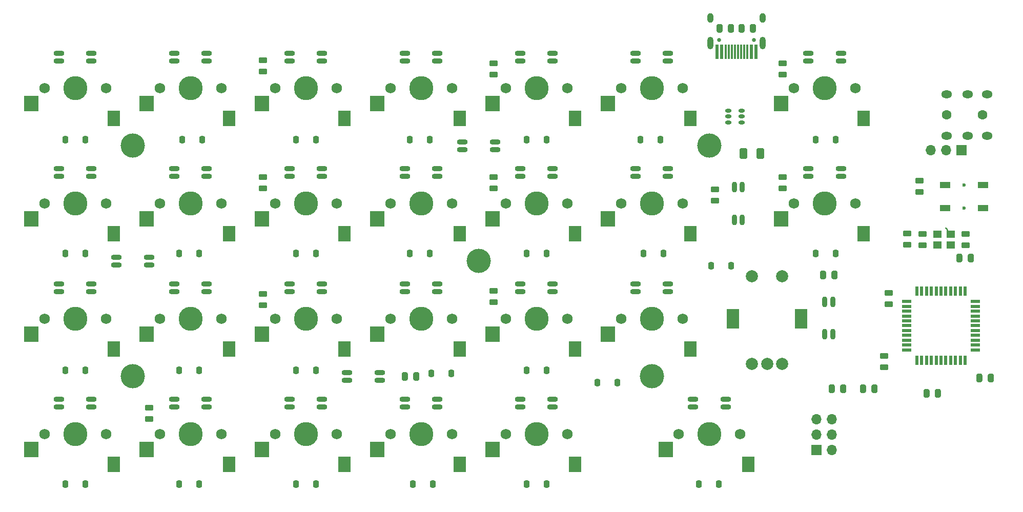
<source format=gbr>
%TF.GenerationSoftware,KiCad,Pcbnew,(5.1.9-0-10_14)*%
%TF.CreationDate,2021-01-21T14:35:16+08:00*%
%TF.ProjectId,kb-split,6b622d73-706c-4697-942e-6b696361645f,rev?*%
%TF.SameCoordinates,Original*%
%TF.FileFunction,Soldermask,Top*%
%TF.FilePolarity,Negative*%
%FSLAX46Y46*%
G04 Gerber Fmt 4.6, Leading zero omitted, Abs format (unit mm)*
G04 Created by KiCad (PCBNEW (5.1.9-0-10_14)) date 2021-01-21 14:35:16*
%MOMM*%
%LPD*%
G01*
G04 APERTURE LIST*
%ADD10C,1.600000*%
%ADD11O,1.800000X1.300000*%
%ADD12C,0.100000*%
%ADD13R,1.400000X1.200000*%
%ADD14R,1.500000X0.550000*%
%ADD15R,0.550000X1.500000*%
%ADD16O,1.000000X2.100000*%
%ADD17O,1.000000X1.600000*%
%ADD18R,0.570000X2.450000*%
%ADD19R,0.300000X2.450000*%
%ADD20C,0.650000*%
%ADD21O,0.820000X1.800000*%
%ADD22C,0.500000*%
%ADD23C,4.000000*%
%ADD24O,1.800000X0.820000*%
%ADD25O,1.060000X0.650000*%
%ADD26C,0.600000*%
%ADD27R,1.700000X1.000000*%
%ADD28R,2.150000X2.500000*%
%ADD29R,2.350000X2.500000*%
%ADD30C,1.750000*%
%ADD31C,3.987800*%
%ADD32C,2.000000*%
%ADD33R,2.000000X3.200000*%
%ADD34O,1.700000X1.700000*%
%ADD35R,1.700000X1.700000*%
G04 APERTURE END LIST*
D10*
%TO.C,J3*%
X251088000Y-64008000D03*
X257088000Y-64008000D03*
D11*
X251088000Y-60608000D03*
X251088000Y-67408000D03*
X254588000Y-67408000D03*
X254588000Y-60608000D03*
X257788000Y-60608000D03*
X257788000Y-67408000D03*
%TD*%
D12*
%TO.C,Y1*%
G36*
X251008296Y-82582532D02*
G01*
X251017954Y-82584011D01*
X251027420Y-82586426D01*
X251036607Y-82589753D01*
X251045424Y-82593960D01*
X251053789Y-82599008D01*
X251061621Y-82604849D01*
X251068847Y-82611425D01*
X251075395Y-82618675D01*
X251081205Y-82626530D01*
X251681205Y-83526530D01*
X251681971Y-83527697D01*
X251682828Y-83529175D01*
X251683773Y-83530590D01*
X251685262Y-83533375D01*
X251686870Y-83536150D01*
X251687590Y-83537730D01*
X251688399Y-83539244D01*
X251689596Y-83542135D01*
X251690920Y-83545041D01*
X251691491Y-83546709D01*
X251692154Y-83548311D01*
X251693060Y-83551296D01*
X251694082Y-83554285D01*
X251694490Y-83556010D01*
X251695003Y-83557702D01*
X251695607Y-83560739D01*
X251696329Y-83563793D01*
X251696570Y-83565577D01*
X251696918Y-83567327D01*
X251697220Y-83570395D01*
X251697636Y-83573475D01*
X251697702Y-83575286D01*
X251697880Y-83577093D01*
X251697880Y-83580167D01*
X251697992Y-83583239D01*
X251697880Y-83585065D01*
X251697880Y-83586907D01*
X251697581Y-83589944D01*
X251697394Y-83592991D01*
X251697100Y-83594822D01*
X251696918Y-83596673D01*
X251696328Y-83599641D01*
X251695847Y-83602637D01*
X251695370Y-83604455D01*
X251695003Y-83606298D01*
X251694133Y-83609167D01*
X251693366Y-83612087D01*
X251692705Y-83613874D01*
X251692154Y-83615689D01*
X251691014Y-83618441D01*
X251689975Y-83621249D01*
X251689137Y-83622975D01*
X251688399Y-83624756D01*
X251686994Y-83627385D01*
X251685706Y-83630037D01*
X251684691Y-83631693D01*
X251683773Y-83633410D01*
X251682139Y-83635856D01*
X251680600Y-83638366D01*
X251679417Y-83639930D01*
X251678321Y-83641570D01*
X251676467Y-83643829D01*
X251674705Y-83646158D01*
X251673357Y-83647618D01*
X251672095Y-83649156D01*
X251670047Y-83651204D01*
X251668078Y-83653337D01*
X251666579Y-83654672D01*
X251665156Y-83656095D01*
X251662930Y-83657922D01*
X251660782Y-83659835D01*
X251659144Y-83661029D01*
X251657570Y-83662321D01*
X251655200Y-83663905D01*
X251652888Y-83665590D01*
X251651115Y-83666634D01*
X251649410Y-83667773D01*
X251646910Y-83669110D01*
X251644468Y-83670547D01*
X251642599Y-83671414D01*
X251640756Y-83672399D01*
X251638171Y-83673470D01*
X251635606Y-83674660D01*
X251633609Y-83675359D01*
X251631689Y-83676154D01*
X251629035Y-83676959D01*
X251626385Y-83677887D01*
X251624321Y-83678389D01*
X251622298Y-83679003D01*
X251619589Y-83679542D01*
X251616892Y-83680199D01*
X251614779Y-83680499D01*
X251612673Y-83680918D01*
X251609942Y-83681187D01*
X251607220Y-83681574D01*
X251605062Y-83681668D01*
X251602907Y-83681880D01*
X251600176Y-83681880D01*
X251597459Y-83681998D01*
X251595287Y-83681880D01*
X251593093Y-83681880D01*
X251590390Y-83681614D01*
X251587703Y-83681468D01*
X251585533Y-83681135D01*
X251583327Y-83680918D01*
X251580687Y-83680393D01*
X251578046Y-83679988D01*
X251575893Y-83679439D01*
X251573702Y-83679003D01*
X251571163Y-83678233D01*
X251568580Y-83677574D01*
X251566462Y-83676807D01*
X251564311Y-83676154D01*
X251561888Y-83675151D01*
X251559393Y-83674247D01*
X251557342Y-83673268D01*
X251555244Y-83672399D01*
X251552943Y-83671169D01*
X251550575Y-83670039D01*
X251548606Y-83668851D01*
X251546590Y-83667773D01*
X251544429Y-83666329D01*
X251542211Y-83664991D01*
X251540354Y-83663607D01*
X251538430Y-83662321D01*
X251536448Y-83660694D01*
X251534378Y-83659151D01*
X251532649Y-83657577D01*
X251530844Y-83656095D01*
X251529048Y-83654299D01*
X251527153Y-83652574D01*
X251525565Y-83650816D01*
X251523905Y-83649156D01*
X251522310Y-83647213D01*
X251520604Y-83645324D01*
X251519181Y-83643401D01*
X251517679Y-83641570D01*
X251516291Y-83639493D01*
X251514795Y-83637470D01*
X250914795Y-82737470D01*
X250914029Y-82736303D01*
X250909130Y-82727850D01*
X250905080Y-82718959D01*
X250901917Y-82709715D01*
X250899671Y-82700207D01*
X250898364Y-82690525D01*
X250898008Y-82680761D01*
X250898606Y-82671009D01*
X250900153Y-82661363D01*
X250902634Y-82651913D01*
X250906025Y-82642751D01*
X250910294Y-82633963D01*
X250915400Y-82625634D01*
X250921295Y-82617842D01*
X250927921Y-82610663D01*
X250935218Y-82604165D01*
X250943112Y-82598409D01*
X250951531Y-82593453D01*
X250960394Y-82589340D01*
X250969615Y-82586113D01*
X250979108Y-82583801D01*
X250988780Y-82582426D01*
X250998541Y-82582001D01*
X251008296Y-82582532D01*
G37*
D13*
X249598000Y-83732000D03*
X251798000Y-83732000D03*
X251798000Y-85432000D03*
X249598000Y-85432000D03*
%TD*%
D14*
%TO.C,U2*%
X244490000Y-102806000D03*
X244490000Y-102006000D03*
X244490000Y-101206000D03*
X244490000Y-100406000D03*
X244490000Y-99606000D03*
X244490000Y-98806000D03*
X244490000Y-98006000D03*
X244490000Y-97206000D03*
X244490000Y-96406000D03*
X244490000Y-95606000D03*
X244490000Y-94806000D03*
D15*
X246190000Y-93106000D03*
X246990000Y-93106000D03*
X247790000Y-93106000D03*
X248590000Y-93106000D03*
X249390000Y-93106000D03*
X250190000Y-93106000D03*
X250990000Y-93106000D03*
X251790000Y-93106000D03*
X252590000Y-93106000D03*
X253390000Y-93106000D03*
X254190000Y-93106000D03*
D14*
X255890000Y-94806000D03*
X255890000Y-95606000D03*
X255890000Y-96406000D03*
X255890000Y-97206000D03*
X255890000Y-98006000D03*
X255890000Y-98806000D03*
X255890000Y-99606000D03*
X255890000Y-100406000D03*
X255890000Y-101206000D03*
X255890000Y-102006000D03*
X255890000Y-102806000D03*
D15*
X254190000Y-104506000D03*
X253390000Y-104506000D03*
X252590000Y-104506000D03*
X251790000Y-104506000D03*
X250990000Y-104506000D03*
X250190000Y-104506000D03*
X249390000Y-104506000D03*
X248590000Y-104506000D03*
X247790000Y-104506000D03*
X246990000Y-104506000D03*
X246190000Y-104506000D03*
%TD*%
D16*
%TO.C,J1*%
X212088000Y-52150750D03*
D17*
X212088000Y-47970750D03*
D16*
X220728000Y-52150750D03*
D17*
X220728000Y-47970750D03*
D18*
X213183000Y-53565750D03*
X213958000Y-53565750D03*
D19*
X214658000Y-53565750D03*
X215158000Y-53565750D03*
X215658000Y-53565750D03*
X216158000Y-53565750D03*
X216658000Y-53565750D03*
X217158000Y-53565750D03*
X217658000Y-53565750D03*
X218158000Y-53565750D03*
D18*
X218858000Y-53565750D03*
X219633000Y-53565750D03*
D20*
X213518000Y-51620750D03*
X219298000Y-51620750D03*
%TD*%
%TO.C,R1*%
G36*
G01*
X214101500Y-49232500D02*
X214101500Y-50145000D01*
G75*
G02*
X213857750Y-50388750I-243750J0D01*
G01*
X213370250Y-50388750D01*
G75*
G02*
X213126500Y-50145000I0J243750D01*
G01*
X213126500Y-49232500D01*
G75*
G02*
X213370250Y-48988750I243750J0D01*
G01*
X213857750Y-48988750D01*
G75*
G02*
X214101500Y-49232500I0J-243750D01*
G01*
G37*
G36*
G01*
X215976500Y-49232500D02*
X215976500Y-50145000D01*
G75*
G02*
X215732750Y-50388750I-243750J0D01*
G01*
X215245250Y-50388750D01*
G75*
G02*
X215001500Y-50145000I0J243750D01*
G01*
X215001500Y-49232500D01*
G75*
G02*
X215245250Y-48988750I243750J0D01*
G01*
X215732750Y-48988750D01*
G75*
G02*
X215976500Y-49232500I0J-243750D01*
G01*
G37*
%TD*%
D21*
%TO.C,LED25*%
X231008000Y-94836000D03*
X232288000Y-94836000D03*
X232288000Y-100236000D03*
X231008000Y-100236000D03*
%TD*%
D22*
%TO.C,H5*%
X203466250Y-106096250D03*
X201346250Y-106096250D03*
X201346250Y-108216250D03*
X203466250Y-108216250D03*
X202406250Y-105656250D03*
X202406250Y-108656250D03*
X200906250Y-107156250D03*
X203906250Y-107156250D03*
D23*
X202406250Y-107156250D03*
%TD*%
D22*
%TO.C,H4*%
X117741250Y-106096250D03*
X115621250Y-106096250D03*
X115621250Y-108216250D03*
X117741250Y-108216250D03*
X116681250Y-105656250D03*
X116681250Y-108656250D03*
X115181250Y-107156250D03*
X118181250Y-107156250D03*
D23*
X116681250Y-107156250D03*
%TD*%
D22*
%TO.C,H3*%
X174891250Y-87046250D03*
X172771250Y-87046250D03*
X172771250Y-89166250D03*
X174891250Y-89166250D03*
X173831250Y-86606250D03*
X173831250Y-89606250D03*
X172331250Y-88106250D03*
X175331250Y-88106250D03*
D23*
X173831250Y-88106250D03*
%TD*%
D22*
%TO.C,H2*%
X212991250Y-67996250D03*
X210871250Y-67996250D03*
X210871250Y-70116250D03*
X212991250Y-70116250D03*
X211931250Y-67556250D03*
X211931250Y-70556250D03*
X210431250Y-69056250D03*
X213431250Y-69056250D03*
D23*
X211931250Y-69056250D03*
%TD*%
D22*
%TO.C,H1*%
X117741250Y-67996250D03*
X115621250Y-67996250D03*
X115621250Y-70116250D03*
X117741250Y-70116250D03*
X116681250Y-67556250D03*
X116681250Y-70556250D03*
X115181250Y-69056250D03*
X118181250Y-69056250D03*
D23*
X116681250Y-69056250D03*
%TD*%
%TO.C,D27*%
G36*
G01*
X213936000Y-124593000D02*
X213936000Y-125343000D01*
G75*
G02*
X213711000Y-125568000I-225000J0D01*
G01*
X213261000Y-125568000D01*
G75*
G02*
X213036000Y-125343000I0J225000D01*
G01*
X213036000Y-124593000D01*
G75*
G02*
X213261000Y-124368000I225000J0D01*
G01*
X213711000Y-124368000D01*
G75*
G02*
X213936000Y-124593000I0J-225000D01*
G01*
G37*
G36*
G01*
X210636000Y-124593000D02*
X210636000Y-125343000D01*
G75*
G02*
X210411000Y-125568000I-225000J0D01*
G01*
X209961000Y-125568000D01*
G75*
G02*
X209736000Y-125343000I0J225000D01*
G01*
X209736000Y-124593000D01*
G75*
G02*
X209961000Y-124368000I225000J0D01*
G01*
X210411000Y-124368000D01*
G75*
G02*
X210636000Y-124593000I0J-225000D01*
G01*
G37*
%TD*%
%TO.C,D26*%
G36*
G01*
X185488000Y-124593000D02*
X185488000Y-125343000D01*
G75*
G02*
X185263000Y-125568000I-225000J0D01*
G01*
X184813000Y-125568000D01*
G75*
G02*
X184588000Y-125343000I0J225000D01*
G01*
X184588000Y-124593000D01*
G75*
G02*
X184813000Y-124368000I225000J0D01*
G01*
X185263000Y-124368000D01*
G75*
G02*
X185488000Y-124593000I0J-225000D01*
G01*
G37*
G36*
G01*
X182188000Y-124593000D02*
X182188000Y-125343000D01*
G75*
G02*
X181963000Y-125568000I-225000J0D01*
G01*
X181513000Y-125568000D01*
G75*
G02*
X181288000Y-125343000I0J225000D01*
G01*
X181288000Y-124593000D01*
G75*
G02*
X181513000Y-124368000I225000J0D01*
G01*
X181963000Y-124368000D01*
G75*
G02*
X182188000Y-124593000I0J-225000D01*
G01*
G37*
%TD*%
%TO.C,D25*%
G36*
G01*
X166692000Y-124593000D02*
X166692000Y-125343000D01*
G75*
G02*
X166467000Y-125568000I-225000J0D01*
G01*
X166017000Y-125568000D01*
G75*
G02*
X165792000Y-125343000I0J225000D01*
G01*
X165792000Y-124593000D01*
G75*
G02*
X166017000Y-124368000I225000J0D01*
G01*
X166467000Y-124368000D01*
G75*
G02*
X166692000Y-124593000I0J-225000D01*
G01*
G37*
G36*
G01*
X163392000Y-124593000D02*
X163392000Y-125343000D01*
G75*
G02*
X163167000Y-125568000I-225000J0D01*
G01*
X162717000Y-125568000D01*
G75*
G02*
X162492000Y-125343000I0J225000D01*
G01*
X162492000Y-124593000D01*
G75*
G02*
X162717000Y-124368000I225000J0D01*
G01*
X163167000Y-124368000D01*
G75*
G02*
X163392000Y-124593000I0J-225000D01*
G01*
G37*
%TD*%
%TO.C,D24*%
G36*
G01*
X147388000Y-124593000D02*
X147388000Y-125343000D01*
G75*
G02*
X147163000Y-125568000I-225000J0D01*
G01*
X146713000Y-125568000D01*
G75*
G02*
X146488000Y-125343000I0J225000D01*
G01*
X146488000Y-124593000D01*
G75*
G02*
X146713000Y-124368000I225000J0D01*
G01*
X147163000Y-124368000D01*
G75*
G02*
X147388000Y-124593000I0J-225000D01*
G01*
G37*
G36*
G01*
X144088000Y-124593000D02*
X144088000Y-125343000D01*
G75*
G02*
X143863000Y-125568000I-225000J0D01*
G01*
X143413000Y-125568000D01*
G75*
G02*
X143188000Y-125343000I0J225000D01*
G01*
X143188000Y-124593000D01*
G75*
G02*
X143413000Y-124368000I225000J0D01*
G01*
X143863000Y-124368000D01*
G75*
G02*
X144088000Y-124593000I0J-225000D01*
G01*
G37*
%TD*%
%TO.C,D23*%
G36*
G01*
X128084000Y-124593000D02*
X128084000Y-125343000D01*
G75*
G02*
X127859000Y-125568000I-225000J0D01*
G01*
X127409000Y-125568000D01*
G75*
G02*
X127184000Y-125343000I0J225000D01*
G01*
X127184000Y-124593000D01*
G75*
G02*
X127409000Y-124368000I225000J0D01*
G01*
X127859000Y-124368000D01*
G75*
G02*
X128084000Y-124593000I0J-225000D01*
G01*
G37*
G36*
G01*
X124784000Y-124593000D02*
X124784000Y-125343000D01*
G75*
G02*
X124559000Y-125568000I-225000J0D01*
G01*
X124109000Y-125568000D01*
G75*
G02*
X123884000Y-125343000I0J225000D01*
G01*
X123884000Y-124593000D01*
G75*
G02*
X124109000Y-124368000I225000J0D01*
G01*
X124559000Y-124368000D01*
G75*
G02*
X124784000Y-124593000I0J-225000D01*
G01*
G37*
%TD*%
%TO.C,D22*%
G36*
G01*
X109288000Y-124593000D02*
X109288000Y-125343000D01*
G75*
G02*
X109063000Y-125568000I-225000J0D01*
G01*
X108613000Y-125568000D01*
G75*
G02*
X108388000Y-125343000I0J225000D01*
G01*
X108388000Y-124593000D01*
G75*
G02*
X108613000Y-124368000I225000J0D01*
G01*
X109063000Y-124368000D01*
G75*
G02*
X109288000Y-124593000I0J-225000D01*
G01*
G37*
G36*
G01*
X105988000Y-124593000D02*
X105988000Y-125343000D01*
G75*
G02*
X105763000Y-125568000I-225000J0D01*
G01*
X105313000Y-125568000D01*
G75*
G02*
X105088000Y-125343000I0J225000D01*
G01*
X105088000Y-124593000D01*
G75*
G02*
X105313000Y-124368000I225000J0D01*
G01*
X105763000Y-124368000D01*
G75*
G02*
X105988000Y-124593000I0J-225000D01*
G01*
G37*
%TD*%
%TO.C,D21*%
G36*
G01*
X211768000Y-89275000D02*
X211768000Y-88525000D01*
G75*
G02*
X211993000Y-88300000I225000J0D01*
G01*
X212443000Y-88300000D01*
G75*
G02*
X212668000Y-88525000I0J-225000D01*
G01*
X212668000Y-89275000D01*
G75*
G02*
X212443000Y-89500000I-225000J0D01*
G01*
X211993000Y-89500000D01*
G75*
G02*
X211768000Y-89275000I0J225000D01*
G01*
G37*
G36*
G01*
X215068000Y-89275000D02*
X215068000Y-88525000D01*
G75*
G02*
X215293000Y-88300000I225000J0D01*
G01*
X215743000Y-88300000D01*
G75*
G02*
X215968000Y-88525000I0J-225000D01*
G01*
X215968000Y-89275000D01*
G75*
G02*
X215743000Y-89500000I-225000J0D01*
G01*
X215293000Y-89500000D01*
G75*
G02*
X215068000Y-89275000I0J225000D01*
G01*
G37*
%TD*%
%TO.C,D20*%
G36*
G01*
X197172000Y-107829000D02*
X197172000Y-108579000D01*
G75*
G02*
X196947000Y-108804000I-225000J0D01*
G01*
X196497000Y-108804000D01*
G75*
G02*
X196272000Y-108579000I0J225000D01*
G01*
X196272000Y-107829000D01*
G75*
G02*
X196497000Y-107604000I225000J0D01*
G01*
X196947000Y-107604000D01*
G75*
G02*
X197172000Y-107829000I0J-225000D01*
G01*
G37*
G36*
G01*
X193872000Y-107829000D02*
X193872000Y-108579000D01*
G75*
G02*
X193647000Y-108804000I-225000J0D01*
G01*
X193197000Y-108804000D01*
G75*
G02*
X192972000Y-108579000I0J225000D01*
G01*
X192972000Y-107829000D01*
G75*
G02*
X193197000Y-107604000I225000J0D01*
G01*
X193647000Y-107604000D01*
G75*
G02*
X193872000Y-107829000I0J-225000D01*
G01*
G37*
%TD*%
%TO.C,D19*%
G36*
G01*
X185488000Y-105797000D02*
X185488000Y-106547000D01*
G75*
G02*
X185263000Y-106772000I-225000J0D01*
G01*
X184813000Y-106772000D01*
G75*
G02*
X184588000Y-106547000I0J225000D01*
G01*
X184588000Y-105797000D01*
G75*
G02*
X184813000Y-105572000I225000J0D01*
G01*
X185263000Y-105572000D01*
G75*
G02*
X185488000Y-105797000I0J-225000D01*
G01*
G37*
G36*
G01*
X182188000Y-105797000D02*
X182188000Y-106547000D01*
G75*
G02*
X181963000Y-106772000I-225000J0D01*
G01*
X181513000Y-106772000D01*
G75*
G02*
X181288000Y-106547000I0J225000D01*
G01*
X181288000Y-105797000D01*
G75*
G02*
X181513000Y-105572000I225000J0D01*
G01*
X181963000Y-105572000D01*
G75*
G02*
X182188000Y-105797000I0J-225000D01*
G01*
G37*
%TD*%
%TO.C,D18*%
G36*
G01*
X169740000Y-106305000D02*
X169740000Y-107055000D01*
G75*
G02*
X169515000Y-107280000I-225000J0D01*
G01*
X169065000Y-107280000D01*
G75*
G02*
X168840000Y-107055000I0J225000D01*
G01*
X168840000Y-106305000D01*
G75*
G02*
X169065000Y-106080000I225000J0D01*
G01*
X169515000Y-106080000D01*
G75*
G02*
X169740000Y-106305000I0J-225000D01*
G01*
G37*
G36*
G01*
X166440000Y-106305000D02*
X166440000Y-107055000D01*
G75*
G02*
X166215000Y-107280000I-225000J0D01*
G01*
X165765000Y-107280000D01*
G75*
G02*
X165540000Y-107055000I0J225000D01*
G01*
X165540000Y-106305000D01*
G75*
G02*
X165765000Y-106080000I225000J0D01*
G01*
X166215000Y-106080000D01*
G75*
G02*
X166440000Y-106305000I0J-225000D01*
G01*
G37*
%TD*%
%TO.C,D17*%
G36*
G01*
X147388000Y-105797000D02*
X147388000Y-106547000D01*
G75*
G02*
X147163000Y-106772000I-225000J0D01*
G01*
X146713000Y-106772000D01*
G75*
G02*
X146488000Y-106547000I0J225000D01*
G01*
X146488000Y-105797000D01*
G75*
G02*
X146713000Y-105572000I225000J0D01*
G01*
X147163000Y-105572000D01*
G75*
G02*
X147388000Y-105797000I0J-225000D01*
G01*
G37*
G36*
G01*
X144088000Y-105797000D02*
X144088000Y-106547000D01*
G75*
G02*
X143863000Y-106772000I-225000J0D01*
G01*
X143413000Y-106772000D01*
G75*
G02*
X143188000Y-106547000I0J225000D01*
G01*
X143188000Y-105797000D01*
G75*
G02*
X143413000Y-105572000I225000J0D01*
G01*
X143863000Y-105572000D01*
G75*
G02*
X144088000Y-105797000I0J-225000D01*
G01*
G37*
%TD*%
%TO.C,D16*%
G36*
G01*
X128084000Y-105797000D02*
X128084000Y-106547000D01*
G75*
G02*
X127859000Y-106772000I-225000J0D01*
G01*
X127409000Y-106772000D01*
G75*
G02*
X127184000Y-106547000I0J225000D01*
G01*
X127184000Y-105797000D01*
G75*
G02*
X127409000Y-105572000I225000J0D01*
G01*
X127859000Y-105572000D01*
G75*
G02*
X128084000Y-105797000I0J-225000D01*
G01*
G37*
G36*
G01*
X124784000Y-105797000D02*
X124784000Y-106547000D01*
G75*
G02*
X124559000Y-106772000I-225000J0D01*
G01*
X124109000Y-106772000D01*
G75*
G02*
X123884000Y-106547000I0J225000D01*
G01*
X123884000Y-105797000D01*
G75*
G02*
X124109000Y-105572000I225000J0D01*
G01*
X124559000Y-105572000D01*
G75*
G02*
X124784000Y-105797000I0J-225000D01*
G01*
G37*
%TD*%
%TO.C,D15*%
G36*
G01*
X109288000Y-105797000D02*
X109288000Y-106547000D01*
G75*
G02*
X109063000Y-106772000I-225000J0D01*
G01*
X108613000Y-106772000D01*
G75*
G02*
X108388000Y-106547000I0J225000D01*
G01*
X108388000Y-105797000D01*
G75*
G02*
X108613000Y-105572000I225000J0D01*
G01*
X109063000Y-105572000D01*
G75*
G02*
X109288000Y-105797000I0J-225000D01*
G01*
G37*
G36*
G01*
X105988000Y-105797000D02*
X105988000Y-106547000D01*
G75*
G02*
X105763000Y-106772000I-225000J0D01*
G01*
X105313000Y-106772000D01*
G75*
G02*
X105088000Y-106547000I0J225000D01*
G01*
X105088000Y-105797000D01*
G75*
G02*
X105313000Y-105572000I225000J0D01*
G01*
X105763000Y-105572000D01*
G75*
G02*
X105988000Y-105797000I0J-225000D01*
G01*
G37*
%TD*%
%TO.C,D14*%
G36*
G01*
X233240000Y-86493000D02*
X233240000Y-87243000D01*
G75*
G02*
X233015000Y-87468000I-225000J0D01*
G01*
X232565000Y-87468000D01*
G75*
G02*
X232340000Y-87243000I0J225000D01*
G01*
X232340000Y-86493000D01*
G75*
G02*
X232565000Y-86268000I225000J0D01*
G01*
X233015000Y-86268000D01*
G75*
G02*
X233240000Y-86493000I0J-225000D01*
G01*
G37*
G36*
G01*
X229940000Y-86493000D02*
X229940000Y-87243000D01*
G75*
G02*
X229715000Y-87468000I-225000J0D01*
G01*
X229265000Y-87468000D01*
G75*
G02*
X229040000Y-87243000I0J225000D01*
G01*
X229040000Y-86493000D01*
G75*
G02*
X229265000Y-86268000I225000J0D01*
G01*
X229715000Y-86268000D01*
G75*
G02*
X229940000Y-86493000I0J-225000D01*
G01*
G37*
%TD*%
%TO.C,D13*%
G36*
G01*
X204792000Y-86493000D02*
X204792000Y-87243000D01*
G75*
G02*
X204567000Y-87468000I-225000J0D01*
G01*
X204117000Y-87468000D01*
G75*
G02*
X203892000Y-87243000I0J225000D01*
G01*
X203892000Y-86493000D01*
G75*
G02*
X204117000Y-86268000I225000J0D01*
G01*
X204567000Y-86268000D01*
G75*
G02*
X204792000Y-86493000I0J-225000D01*
G01*
G37*
G36*
G01*
X201492000Y-86493000D02*
X201492000Y-87243000D01*
G75*
G02*
X201267000Y-87468000I-225000J0D01*
G01*
X200817000Y-87468000D01*
G75*
G02*
X200592000Y-87243000I0J225000D01*
G01*
X200592000Y-86493000D01*
G75*
G02*
X200817000Y-86268000I225000J0D01*
G01*
X201267000Y-86268000D01*
G75*
G02*
X201492000Y-86493000I0J-225000D01*
G01*
G37*
%TD*%
%TO.C,D12*%
G36*
G01*
X185488000Y-86493000D02*
X185488000Y-87243000D01*
G75*
G02*
X185263000Y-87468000I-225000J0D01*
G01*
X184813000Y-87468000D01*
G75*
G02*
X184588000Y-87243000I0J225000D01*
G01*
X184588000Y-86493000D01*
G75*
G02*
X184813000Y-86268000I225000J0D01*
G01*
X185263000Y-86268000D01*
G75*
G02*
X185488000Y-86493000I0J-225000D01*
G01*
G37*
G36*
G01*
X182188000Y-86493000D02*
X182188000Y-87243000D01*
G75*
G02*
X181963000Y-87468000I-225000J0D01*
G01*
X181513000Y-87468000D01*
G75*
G02*
X181288000Y-87243000I0J225000D01*
G01*
X181288000Y-86493000D01*
G75*
G02*
X181513000Y-86268000I225000J0D01*
G01*
X181963000Y-86268000D01*
G75*
G02*
X182188000Y-86493000I0J-225000D01*
G01*
G37*
%TD*%
%TO.C,D11*%
G36*
G01*
X166184000Y-86493000D02*
X166184000Y-87243000D01*
G75*
G02*
X165959000Y-87468000I-225000J0D01*
G01*
X165509000Y-87468000D01*
G75*
G02*
X165284000Y-87243000I0J225000D01*
G01*
X165284000Y-86493000D01*
G75*
G02*
X165509000Y-86268000I225000J0D01*
G01*
X165959000Y-86268000D01*
G75*
G02*
X166184000Y-86493000I0J-225000D01*
G01*
G37*
G36*
G01*
X162884000Y-86493000D02*
X162884000Y-87243000D01*
G75*
G02*
X162659000Y-87468000I-225000J0D01*
G01*
X162209000Y-87468000D01*
G75*
G02*
X161984000Y-87243000I0J225000D01*
G01*
X161984000Y-86493000D01*
G75*
G02*
X162209000Y-86268000I225000J0D01*
G01*
X162659000Y-86268000D01*
G75*
G02*
X162884000Y-86493000I0J-225000D01*
G01*
G37*
%TD*%
%TO.C,D10*%
G36*
G01*
X147388000Y-86493000D02*
X147388000Y-87243000D01*
G75*
G02*
X147163000Y-87468000I-225000J0D01*
G01*
X146713000Y-87468000D01*
G75*
G02*
X146488000Y-87243000I0J225000D01*
G01*
X146488000Y-86493000D01*
G75*
G02*
X146713000Y-86268000I225000J0D01*
G01*
X147163000Y-86268000D01*
G75*
G02*
X147388000Y-86493000I0J-225000D01*
G01*
G37*
G36*
G01*
X144088000Y-86493000D02*
X144088000Y-87243000D01*
G75*
G02*
X143863000Y-87468000I-225000J0D01*
G01*
X143413000Y-87468000D01*
G75*
G02*
X143188000Y-87243000I0J225000D01*
G01*
X143188000Y-86493000D01*
G75*
G02*
X143413000Y-86268000I225000J0D01*
G01*
X143863000Y-86268000D01*
G75*
G02*
X144088000Y-86493000I0J-225000D01*
G01*
G37*
%TD*%
%TO.C,D9*%
G36*
G01*
X128084000Y-86493000D02*
X128084000Y-87243000D01*
G75*
G02*
X127859000Y-87468000I-225000J0D01*
G01*
X127409000Y-87468000D01*
G75*
G02*
X127184000Y-87243000I0J225000D01*
G01*
X127184000Y-86493000D01*
G75*
G02*
X127409000Y-86268000I225000J0D01*
G01*
X127859000Y-86268000D01*
G75*
G02*
X128084000Y-86493000I0J-225000D01*
G01*
G37*
G36*
G01*
X124784000Y-86493000D02*
X124784000Y-87243000D01*
G75*
G02*
X124559000Y-87468000I-225000J0D01*
G01*
X124109000Y-87468000D01*
G75*
G02*
X123884000Y-87243000I0J225000D01*
G01*
X123884000Y-86493000D01*
G75*
G02*
X124109000Y-86268000I225000J0D01*
G01*
X124559000Y-86268000D01*
G75*
G02*
X124784000Y-86493000I0J-225000D01*
G01*
G37*
%TD*%
%TO.C,D8*%
G36*
G01*
X109288000Y-86493000D02*
X109288000Y-87243000D01*
G75*
G02*
X109063000Y-87468000I-225000J0D01*
G01*
X108613000Y-87468000D01*
G75*
G02*
X108388000Y-87243000I0J225000D01*
G01*
X108388000Y-86493000D01*
G75*
G02*
X108613000Y-86268000I225000J0D01*
G01*
X109063000Y-86268000D01*
G75*
G02*
X109288000Y-86493000I0J-225000D01*
G01*
G37*
G36*
G01*
X105988000Y-86493000D02*
X105988000Y-87243000D01*
G75*
G02*
X105763000Y-87468000I-225000J0D01*
G01*
X105313000Y-87468000D01*
G75*
G02*
X105088000Y-87243000I0J225000D01*
G01*
X105088000Y-86493000D01*
G75*
G02*
X105313000Y-86268000I225000J0D01*
G01*
X105763000Y-86268000D01*
G75*
G02*
X105988000Y-86493000I0J-225000D01*
G01*
G37*
%TD*%
%TO.C,D7*%
G36*
G01*
X233240000Y-67697000D02*
X233240000Y-68447000D01*
G75*
G02*
X233015000Y-68672000I-225000J0D01*
G01*
X232565000Y-68672000D01*
G75*
G02*
X232340000Y-68447000I0J225000D01*
G01*
X232340000Y-67697000D01*
G75*
G02*
X232565000Y-67472000I225000J0D01*
G01*
X233015000Y-67472000D01*
G75*
G02*
X233240000Y-67697000I0J-225000D01*
G01*
G37*
G36*
G01*
X229940000Y-67697000D02*
X229940000Y-68447000D01*
G75*
G02*
X229715000Y-68672000I-225000J0D01*
G01*
X229265000Y-68672000D01*
G75*
G02*
X229040000Y-68447000I0J225000D01*
G01*
X229040000Y-67697000D01*
G75*
G02*
X229265000Y-67472000I225000J0D01*
G01*
X229715000Y-67472000D01*
G75*
G02*
X229940000Y-67697000I0J-225000D01*
G01*
G37*
%TD*%
%TO.C,D6*%
G36*
G01*
X204284000Y-67697000D02*
X204284000Y-68447000D01*
G75*
G02*
X204059000Y-68672000I-225000J0D01*
G01*
X203609000Y-68672000D01*
G75*
G02*
X203384000Y-68447000I0J225000D01*
G01*
X203384000Y-67697000D01*
G75*
G02*
X203609000Y-67472000I225000J0D01*
G01*
X204059000Y-67472000D01*
G75*
G02*
X204284000Y-67697000I0J-225000D01*
G01*
G37*
G36*
G01*
X200984000Y-67697000D02*
X200984000Y-68447000D01*
G75*
G02*
X200759000Y-68672000I-225000J0D01*
G01*
X200309000Y-68672000D01*
G75*
G02*
X200084000Y-68447000I0J225000D01*
G01*
X200084000Y-67697000D01*
G75*
G02*
X200309000Y-67472000I225000J0D01*
G01*
X200759000Y-67472000D01*
G75*
G02*
X200984000Y-67697000I0J-225000D01*
G01*
G37*
%TD*%
%TO.C,D5*%
G36*
G01*
X185488000Y-67697000D02*
X185488000Y-68447000D01*
G75*
G02*
X185263000Y-68672000I-225000J0D01*
G01*
X184813000Y-68672000D01*
G75*
G02*
X184588000Y-68447000I0J225000D01*
G01*
X184588000Y-67697000D01*
G75*
G02*
X184813000Y-67472000I225000J0D01*
G01*
X185263000Y-67472000D01*
G75*
G02*
X185488000Y-67697000I0J-225000D01*
G01*
G37*
G36*
G01*
X182188000Y-67697000D02*
X182188000Y-68447000D01*
G75*
G02*
X181963000Y-68672000I-225000J0D01*
G01*
X181513000Y-68672000D01*
G75*
G02*
X181288000Y-68447000I0J225000D01*
G01*
X181288000Y-67697000D01*
G75*
G02*
X181513000Y-67472000I225000J0D01*
G01*
X181963000Y-67472000D01*
G75*
G02*
X182188000Y-67697000I0J-225000D01*
G01*
G37*
%TD*%
%TO.C,D4*%
G36*
G01*
X166184000Y-67697000D02*
X166184000Y-68447000D01*
G75*
G02*
X165959000Y-68672000I-225000J0D01*
G01*
X165509000Y-68672000D01*
G75*
G02*
X165284000Y-68447000I0J225000D01*
G01*
X165284000Y-67697000D01*
G75*
G02*
X165509000Y-67472000I225000J0D01*
G01*
X165959000Y-67472000D01*
G75*
G02*
X166184000Y-67697000I0J-225000D01*
G01*
G37*
G36*
G01*
X162884000Y-67697000D02*
X162884000Y-68447000D01*
G75*
G02*
X162659000Y-68672000I-225000J0D01*
G01*
X162209000Y-68672000D01*
G75*
G02*
X161984000Y-68447000I0J225000D01*
G01*
X161984000Y-67697000D01*
G75*
G02*
X162209000Y-67472000I225000J0D01*
G01*
X162659000Y-67472000D01*
G75*
G02*
X162884000Y-67697000I0J-225000D01*
G01*
G37*
%TD*%
%TO.C,D3*%
G36*
G01*
X147388000Y-67697000D02*
X147388000Y-68447000D01*
G75*
G02*
X147163000Y-68672000I-225000J0D01*
G01*
X146713000Y-68672000D01*
G75*
G02*
X146488000Y-68447000I0J225000D01*
G01*
X146488000Y-67697000D01*
G75*
G02*
X146713000Y-67472000I225000J0D01*
G01*
X147163000Y-67472000D01*
G75*
G02*
X147388000Y-67697000I0J-225000D01*
G01*
G37*
G36*
G01*
X144088000Y-67697000D02*
X144088000Y-68447000D01*
G75*
G02*
X143863000Y-68672000I-225000J0D01*
G01*
X143413000Y-68672000D01*
G75*
G02*
X143188000Y-68447000I0J225000D01*
G01*
X143188000Y-67697000D01*
G75*
G02*
X143413000Y-67472000I225000J0D01*
G01*
X143863000Y-67472000D01*
G75*
G02*
X144088000Y-67697000I0J-225000D01*
G01*
G37*
%TD*%
%TO.C,D2*%
G36*
G01*
X128592000Y-67697000D02*
X128592000Y-68447000D01*
G75*
G02*
X128367000Y-68672000I-225000J0D01*
G01*
X127917000Y-68672000D01*
G75*
G02*
X127692000Y-68447000I0J225000D01*
G01*
X127692000Y-67697000D01*
G75*
G02*
X127917000Y-67472000I225000J0D01*
G01*
X128367000Y-67472000D01*
G75*
G02*
X128592000Y-67697000I0J-225000D01*
G01*
G37*
G36*
G01*
X125292000Y-67697000D02*
X125292000Y-68447000D01*
G75*
G02*
X125067000Y-68672000I-225000J0D01*
G01*
X124617000Y-68672000D01*
G75*
G02*
X124392000Y-68447000I0J225000D01*
G01*
X124392000Y-67697000D01*
G75*
G02*
X124617000Y-67472000I225000J0D01*
G01*
X125067000Y-67472000D01*
G75*
G02*
X125292000Y-67697000I0J-225000D01*
G01*
G37*
%TD*%
%TO.C,D1*%
G36*
G01*
X109288000Y-67697000D02*
X109288000Y-68447000D01*
G75*
G02*
X109063000Y-68672000I-225000J0D01*
G01*
X108613000Y-68672000D01*
G75*
G02*
X108388000Y-68447000I0J225000D01*
G01*
X108388000Y-67697000D01*
G75*
G02*
X108613000Y-67472000I225000J0D01*
G01*
X109063000Y-67472000D01*
G75*
G02*
X109288000Y-67697000I0J-225000D01*
G01*
G37*
G36*
G01*
X105988000Y-67697000D02*
X105988000Y-68447000D01*
G75*
G02*
X105763000Y-68672000I-225000J0D01*
G01*
X105313000Y-68672000D01*
G75*
G02*
X105088000Y-68447000I0J225000D01*
G01*
X105088000Y-67697000D01*
G75*
G02*
X105313000Y-67472000I225000J0D01*
G01*
X105763000Y-67472000D01*
G75*
G02*
X105988000Y-67697000I0J-225000D01*
G01*
G37*
%TD*%
D24*
%TO.C,LED31*%
X214631250Y-112241250D03*
X214631250Y-110961250D03*
X209231250Y-110961250D03*
X209231250Y-112241250D03*
%TD*%
%TO.C,LED30*%
X186056250Y-112241250D03*
X186056250Y-110961250D03*
X180656250Y-110961250D03*
X180656250Y-112241250D03*
%TD*%
%TO.C,LED29*%
X167006250Y-112241250D03*
X167006250Y-110961250D03*
X161606250Y-110961250D03*
X161606250Y-112241250D03*
%TD*%
%TO.C,LED28*%
X147956250Y-112241250D03*
X147956250Y-110961250D03*
X142556250Y-110961250D03*
X142556250Y-112241250D03*
%TD*%
%TO.C,LED27*%
X128906250Y-112241250D03*
X128906250Y-110961250D03*
X123506250Y-110961250D03*
X123506250Y-112241250D03*
%TD*%
%TO.C,LED26*%
X109856250Y-112241250D03*
X109856250Y-110961250D03*
X104456250Y-110961250D03*
X104456250Y-112241250D03*
%TD*%
%TO.C,LED24*%
X199706250Y-91911250D03*
X199706250Y-93191250D03*
X205106250Y-93191250D03*
X205106250Y-91911250D03*
%TD*%
%TO.C,LED23*%
X180656250Y-91911250D03*
X180656250Y-93191250D03*
X186056250Y-93191250D03*
X186056250Y-91911250D03*
%TD*%
%TO.C,LED22*%
X161606250Y-91911250D03*
X161606250Y-93191250D03*
X167006250Y-93191250D03*
X167006250Y-91911250D03*
%TD*%
%TO.C,LED21*%
X142556250Y-91911250D03*
X142556250Y-93191250D03*
X147956250Y-93191250D03*
X147956250Y-91911250D03*
%TD*%
%TO.C,LED20*%
X123506250Y-91911250D03*
X123506250Y-93191250D03*
X128906250Y-93191250D03*
X128906250Y-91911250D03*
%TD*%
%TO.C,LED19*%
X104456250Y-91911250D03*
X104456250Y-93191250D03*
X109856250Y-93191250D03*
X109856250Y-91911250D03*
%TD*%
%TO.C,LED18*%
X233681250Y-74141250D03*
X233681250Y-72861250D03*
X228281250Y-72861250D03*
X228281250Y-74141250D03*
%TD*%
%TO.C,LED17*%
X205106250Y-74141250D03*
X205106250Y-72861250D03*
X199706250Y-72861250D03*
X199706250Y-74141250D03*
%TD*%
%TO.C,LED16*%
X186056250Y-74141250D03*
X186056250Y-72861250D03*
X180656250Y-72861250D03*
X180656250Y-74141250D03*
%TD*%
%TO.C,LED15*%
X167006250Y-74141250D03*
X167006250Y-72861250D03*
X161606250Y-72861250D03*
X161606250Y-74141250D03*
%TD*%
%TO.C,LED14*%
X147956250Y-74141250D03*
X147956250Y-72861250D03*
X142556250Y-72861250D03*
X142556250Y-74141250D03*
%TD*%
%TO.C,LED13*%
X128906250Y-74141250D03*
X128906250Y-72861250D03*
X123506250Y-72861250D03*
X123506250Y-74141250D03*
%TD*%
%TO.C,LED12*%
X109856250Y-74141250D03*
X109856250Y-72861250D03*
X104456250Y-72861250D03*
X104456250Y-74141250D03*
%TD*%
%TO.C,LED11*%
X228281250Y-53811250D03*
X228281250Y-55091250D03*
X233681250Y-55091250D03*
X233681250Y-53811250D03*
%TD*%
%TO.C,LED10*%
X199706250Y-53811250D03*
X199706250Y-55091250D03*
X205106250Y-55091250D03*
X205106250Y-53811250D03*
%TD*%
%TO.C,LED9*%
X180656250Y-53811250D03*
X180656250Y-55091250D03*
X186056250Y-55091250D03*
X186056250Y-53811250D03*
%TD*%
%TO.C,LED8*%
X161606250Y-53811250D03*
X161606250Y-55091250D03*
X167006250Y-55091250D03*
X167006250Y-53811250D03*
%TD*%
%TO.C,LED7*%
X142556250Y-53811250D03*
X142556250Y-55091250D03*
X147956250Y-55091250D03*
X147956250Y-53811250D03*
%TD*%
%TO.C,LED6*%
X123506250Y-53811250D03*
X123506250Y-55091250D03*
X128906250Y-55091250D03*
X128906250Y-53811250D03*
%TD*%
%TO.C,LED5*%
X104456250Y-53811250D03*
X104456250Y-55091250D03*
X109856250Y-55091250D03*
X109856250Y-53811250D03*
%TD*%
D21*
%TO.C,LED4*%
X216053750Y-75881250D03*
X217333750Y-75881250D03*
X217333750Y-81281250D03*
X216053750Y-81281250D03*
%TD*%
D24*
%TO.C,LED3*%
X171131250Y-69696250D03*
X171131250Y-68416250D03*
X176531250Y-68416250D03*
X176531250Y-69696250D03*
%TD*%
%TO.C,LED2*%
X152081250Y-107796250D03*
X152081250Y-106516250D03*
X157481250Y-106516250D03*
X157481250Y-107796250D03*
%TD*%
%TO.C,LED1*%
X119381250Y-87466250D03*
X119381250Y-88746250D03*
X113981250Y-88746250D03*
X113981250Y-87466250D03*
%TD*%
D25*
%TO.C,U1*%
X217289000Y-64262000D03*
X217289000Y-63312000D03*
X217289000Y-65212000D03*
X215089000Y-65212000D03*
X215089000Y-64262000D03*
X215089000Y-63312000D03*
%TD*%
D26*
%TO.C,SW22*%
X254000000Y-75570000D03*
X254000000Y-79370000D03*
D27*
X250850000Y-75570000D03*
X257150000Y-75570000D03*
X250850000Y-79370000D03*
X257150000Y-79370000D03*
%TD*%
D28*
%TO.C,SW28*%
X218330450Y-121748550D03*
D29*
X204719250Y-119221250D03*
D30*
X206851250Y-116681250D03*
X217011250Y-116681250D03*
D31*
X211931250Y-116681250D03*
%TD*%
D28*
%TO.C,SW27*%
X189755450Y-121748550D03*
D29*
X176144250Y-119221250D03*
D30*
X178276250Y-116681250D03*
X188436250Y-116681250D03*
D31*
X183356250Y-116681250D03*
%TD*%
D28*
%TO.C,SW26*%
X170705450Y-121748550D03*
D29*
X157094250Y-119221250D03*
D30*
X159226250Y-116681250D03*
X169386250Y-116681250D03*
D31*
X164306250Y-116681250D03*
%TD*%
D28*
%TO.C,SW25*%
X151655450Y-121748550D03*
D29*
X138044250Y-119221250D03*
D30*
X140176250Y-116681250D03*
X150336250Y-116681250D03*
D31*
X145256250Y-116681250D03*
%TD*%
D28*
%TO.C,SW24*%
X132605450Y-121748550D03*
D29*
X118994250Y-119221250D03*
D30*
X121126250Y-116681250D03*
X131286250Y-116681250D03*
D31*
X126206250Y-116681250D03*
%TD*%
D28*
%TO.C,SW23*%
X113555450Y-121748550D03*
D29*
X99944250Y-119221250D03*
D30*
X102076250Y-116681250D03*
X112236250Y-116681250D03*
D31*
X107156250Y-116681250D03*
%TD*%
D32*
%TO.C,SW15*%
X223956250Y-90631250D03*
X218956250Y-90631250D03*
D33*
X227056250Y-97631250D03*
X215856250Y-97631250D03*
D32*
X223956250Y-105131250D03*
X221456250Y-105131250D03*
X218956250Y-105131250D03*
%TD*%
D28*
%TO.C,SW21*%
X208805450Y-102698550D03*
D29*
X195194250Y-100171250D03*
D30*
X197326250Y-97631250D03*
X207486250Y-97631250D03*
D31*
X202406250Y-97631250D03*
%TD*%
D28*
%TO.C,SW20*%
X189755450Y-102698550D03*
D29*
X176144250Y-100171250D03*
D30*
X178276250Y-97631250D03*
X188436250Y-97631250D03*
D31*
X183356250Y-97631250D03*
%TD*%
D28*
%TO.C,SW19*%
X170705450Y-102698550D03*
D29*
X157094250Y-100171250D03*
D30*
X159226250Y-97631250D03*
X169386250Y-97631250D03*
D31*
X164306250Y-97631250D03*
%TD*%
D28*
%TO.C,SW18*%
X151655450Y-102698550D03*
D29*
X138044250Y-100171250D03*
D30*
X140176250Y-97631250D03*
X150336250Y-97631250D03*
D31*
X145256250Y-97631250D03*
%TD*%
D28*
%TO.C,SW17*%
X132605450Y-102698550D03*
D29*
X118994250Y-100171250D03*
D30*
X121126250Y-97631250D03*
X131286250Y-97631250D03*
D31*
X126206250Y-97631250D03*
%TD*%
D28*
%TO.C,SW16*%
X113555450Y-102698550D03*
D29*
X99944250Y-100171250D03*
D30*
X102076250Y-97631250D03*
X112236250Y-97631250D03*
D31*
X107156250Y-97631250D03*
%TD*%
D28*
%TO.C,SW14*%
X237380450Y-83648550D03*
D29*
X223769250Y-81121250D03*
D30*
X225901250Y-78581250D03*
X236061250Y-78581250D03*
D31*
X230981250Y-78581250D03*
%TD*%
D28*
%TO.C,SW13*%
X208805450Y-83648550D03*
D29*
X195194250Y-81121250D03*
D30*
X197326250Y-78581250D03*
X207486250Y-78581250D03*
D31*
X202406250Y-78581250D03*
%TD*%
D28*
%TO.C,SW12*%
X189755450Y-83648550D03*
D29*
X176144250Y-81121250D03*
D30*
X178276250Y-78581250D03*
X188436250Y-78581250D03*
D31*
X183356250Y-78581250D03*
%TD*%
D28*
%TO.C,SW11*%
X170705450Y-83648550D03*
D29*
X157094250Y-81121250D03*
D30*
X159226250Y-78581250D03*
X169386250Y-78581250D03*
D31*
X164306250Y-78581250D03*
%TD*%
D28*
%TO.C,SW10*%
X151655450Y-83648550D03*
D29*
X138044250Y-81121250D03*
D30*
X140176250Y-78581250D03*
X150336250Y-78581250D03*
D31*
X145256250Y-78581250D03*
%TD*%
D28*
%TO.C,SW9*%
X132605450Y-83648550D03*
D29*
X118994250Y-81121250D03*
D30*
X121126250Y-78581250D03*
X131286250Y-78581250D03*
D31*
X126206250Y-78581250D03*
%TD*%
D28*
%TO.C,SW8*%
X113555450Y-83648550D03*
D29*
X99944250Y-81121250D03*
D30*
X102076250Y-78581250D03*
X112236250Y-78581250D03*
D31*
X107156250Y-78581250D03*
%TD*%
D28*
%TO.C,SW7*%
X237380450Y-64598550D03*
D29*
X223769250Y-62071250D03*
D30*
X225901250Y-59531250D03*
X236061250Y-59531250D03*
D31*
X230981250Y-59531250D03*
%TD*%
D28*
%TO.C,SW6*%
X208805450Y-64598550D03*
D29*
X195194250Y-62071250D03*
D30*
X197326250Y-59531250D03*
X207486250Y-59531250D03*
D31*
X202406250Y-59531250D03*
%TD*%
D28*
%TO.C,SW5*%
X189755450Y-64598550D03*
D29*
X176144250Y-62071250D03*
D30*
X178276250Y-59531250D03*
X188436250Y-59531250D03*
D31*
X183356250Y-59531250D03*
%TD*%
D28*
%TO.C,SW4*%
X170705450Y-64598550D03*
D29*
X157094250Y-62071250D03*
D30*
X159226250Y-59531250D03*
X169386250Y-59531250D03*
D31*
X164306250Y-59531250D03*
%TD*%
D28*
%TO.C,SW3*%
X151655450Y-64598550D03*
D29*
X138044250Y-62071250D03*
D30*
X140176250Y-59531250D03*
X150336250Y-59531250D03*
D31*
X145256250Y-59531250D03*
%TD*%
D28*
%TO.C,SW2*%
X132605450Y-64598550D03*
D29*
X118994250Y-62071250D03*
D30*
X121126250Y-59531250D03*
X131286250Y-59531250D03*
D31*
X126206250Y-59531250D03*
%TD*%
D28*
%TO.C,SW1*%
X113555450Y-64598550D03*
D29*
X99944250Y-62071250D03*
D30*
X102076250Y-59531250D03*
X112236250Y-59531250D03*
D31*
X107156250Y-59531250D03*
%TD*%
%TO.C,R6*%
G36*
G01*
X245058250Y-84053500D02*
X244145750Y-84053500D01*
G75*
G02*
X243902000Y-83809750I0J243750D01*
G01*
X243902000Y-83322250D01*
G75*
G02*
X244145750Y-83078500I243750J0D01*
G01*
X245058250Y-83078500D01*
G75*
G02*
X245302000Y-83322250I0J-243750D01*
G01*
X245302000Y-83809750D01*
G75*
G02*
X245058250Y-84053500I-243750J0D01*
G01*
G37*
G36*
G01*
X245058250Y-85928500D02*
X244145750Y-85928500D01*
G75*
G02*
X243902000Y-85684750I0J243750D01*
G01*
X243902000Y-85197250D01*
G75*
G02*
X244145750Y-84953500I243750J0D01*
G01*
X245058250Y-84953500D01*
G75*
G02*
X245302000Y-85197250I0J-243750D01*
G01*
X245302000Y-85684750D01*
G75*
G02*
X245058250Y-85928500I-243750J0D01*
G01*
G37*
%TD*%
%TO.C,R5*%
G36*
G01*
X233543500Y-109676250D02*
X233543500Y-108763750D01*
G75*
G02*
X233787250Y-108520000I243750J0D01*
G01*
X234274750Y-108520000D01*
G75*
G02*
X234518500Y-108763750I0J-243750D01*
G01*
X234518500Y-109676250D01*
G75*
G02*
X234274750Y-109920000I-243750J0D01*
G01*
X233787250Y-109920000D01*
G75*
G02*
X233543500Y-109676250I0J243750D01*
G01*
G37*
G36*
G01*
X231668500Y-109676250D02*
X231668500Y-108763750D01*
G75*
G02*
X231912250Y-108520000I243750J0D01*
G01*
X232399750Y-108520000D01*
G75*
G02*
X232643500Y-108763750I0J-243750D01*
G01*
X232643500Y-109676250D01*
G75*
G02*
X232399750Y-109920000I-243750J0D01*
G01*
X231912250Y-109920000D01*
G75*
G02*
X231668500Y-109676250I0J243750D01*
G01*
G37*
%TD*%
%TO.C,R4*%
G36*
G01*
X238702000Y-109676250D02*
X238702000Y-108763750D01*
G75*
G02*
X238945750Y-108520000I243750J0D01*
G01*
X239433250Y-108520000D01*
G75*
G02*
X239677000Y-108763750I0J-243750D01*
G01*
X239677000Y-109676250D01*
G75*
G02*
X239433250Y-109920000I-243750J0D01*
G01*
X238945750Y-109920000D01*
G75*
G02*
X238702000Y-109676250I0J243750D01*
G01*
G37*
G36*
G01*
X236827000Y-109676250D02*
X236827000Y-108763750D01*
G75*
G02*
X237070750Y-108520000I243750J0D01*
G01*
X237558250Y-108520000D01*
G75*
G02*
X237802000Y-108763750I0J-243750D01*
G01*
X237802000Y-109676250D01*
G75*
G02*
X237558250Y-109920000I-243750J0D01*
G01*
X237070750Y-109920000D01*
G75*
G02*
X236827000Y-109676250I0J243750D01*
G01*
G37*
%TD*%
%TO.C,R3*%
G36*
G01*
X247090250Y-75320500D02*
X246177750Y-75320500D01*
G75*
G02*
X245934000Y-75076750I0J243750D01*
G01*
X245934000Y-74589250D01*
G75*
G02*
X246177750Y-74345500I243750J0D01*
G01*
X247090250Y-74345500D01*
G75*
G02*
X247334000Y-74589250I0J-243750D01*
G01*
X247334000Y-75076750D01*
G75*
G02*
X247090250Y-75320500I-243750J0D01*
G01*
G37*
G36*
G01*
X247090250Y-77195500D02*
X246177750Y-77195500D01*
G75*
G02*
X245934000Y-76951750I0J243750D01*
G01*
X245934000Y-76464250D01*
G75*
G02*
X246177750Y-76220500I243750J0D01*
G01*
X247090250Y-76220500D01*
G75*
G02*
X247334000Y-76464250I0J-243750D01*
G01*
X247334000Y-76951750D01*
G75*
G02*
X247090250Y-77195500I-243750J0D01*
G01*
G37*
%TD*%
%TO.C,R2*%
G36*
G01*
X218636000Y-50145000D02*
X218636000Y-49232500D01*
G75*
G02*
X218879750Y-48988750I243750J0D01*
G01*
X219367250Y-48988750D01*
G75*
G02*
X219611000Y-49232500I0J-243750D01*
G01*
X219611000Y-50145000D01*
G75*
G02*
X219367250Y-50388750I-243750J0D01*
G01*
X218879750Y-50388750D01*
G75*
G02*
X218636000Y-50145000I0J243750D01*
G01*
G37*
G36*
G01*
X216761000Y-50145000D02*
X216761000Y-49232500D01*
G75*
G02*
X217004750Y-48988750I243750J0D01*
G01*
X217492250Y-48988750D01*
G75*
G02*
X217736000Y-49232500I0J-243750D01*
G01*
X217736000Y-50145000D01*
G75*
G02*
X217492250Y-50388750I-243750J0D01*
G01*
X217004750Y-50388750D01*
G75*
G02*
X216761000Y-50145000I0J243750D01*
G01*
G37*
%TD*%
D34*
%TO.C,J2*%
X248539000Y-69850000D03*
X251079000Y-69850000D03*
D35*
X253619000Y-69850000D03*
%TD*%
D34*
%TO.C,ISP1*%
X232156000Y-114300000D03*
X229616000Y-114300000D03*
X232156000Y-116840000D03*
X229616000Y-116840000D03*
X232156000Y-119380000D03*
D35*
X229616000Y-119380000D03*
%TD*%
%TO.C,F1*%
G36*
G01*
X216923000Y-70983000D02*
X216923000Y-69733000D01*
G75*
G02*
X217173000Y-69483000I250000J0D01*
G01*
X217923000Y-69483000D01*
G75*
G02*
X218173000Y-69733000I0J-250000D01*
G01*
X218173000Y-70983000D01*
G75*
G02*
X217923000Y-71233000I-250000J0D01*
G01*
X217173000Y-71233000D01*
G75*
G02*
X216923000Y-70983000I0J250000D01*
G01*
G37*
G36*
G01*
X219723000Y-70983000D02*
X219723000Y-69733000D01*
G75*
G02*
X219973000Y-69483000I250000J0D01*
G01*
X220723000Y-69483000D01*
G75*
G02*
X220973000Y-69733000I0J-250000D01*
G01*
X220973000Y-70983000D01*
G75*
G02*
X220723000Y-71233000I-250000J0D01*
G01*
X219973000Y-71233000D01*
G75*
G02*
X219723000Y-70983000I0J250000D01*
G01*
G37*
%TD*%
%TO.C,C19*%
G36*
G01*
X118923750Y-111859000D02*
X119836250Y-111859000D01*
G75*
G02*
X120080000Y-112102750I0J-243750D01*
G01*
X120080000Y-112590250D01*
G75*
G02*
X119836250Y-112834000I-243750J0D01*
G01*
X118923750Y-112834000D01*
G75*
G02*
X118680000Y-112590250I0J243750D01*
G01*
X118680000Y-112102750D01*
G75*
G02*
X118923750Y-111859000I243750J0D01*
G01*
G37*
G36*
G01*
X118923750Y-113734000D02*
X119836250Y-113734000D01*
G75*
G02*
X120080000Y-113977750I0J-243750D01*
G01*
X120080000Y-114465250D01*
G75*
G02*
X119836250Y-114709000I-243750J0D01*
G01*
X118923750Y-114709000D01*
G75*
G02*
X118680000Y-114465250I0J243750D01*
G01*
X118680000Y-113977750D01*
G75*
G02*
X118923750Y-113734000I243750J0D01*
G01*
G37*
%TD*%
%TO.C,C18*%
G36*
G01*
X230223000Y-90880250D02*
X230223000Y-89967750D01*
G75*
G02*
X230466750Y-89724000I243750J0D01*
G01*
X230954250Y-89724000D01*
G75*
G02*
X231198000Y-89967750I0J-243750D01*
G01*
X231198000Y-90880250D01*
G75*
G02*
X230954250Y-91124000I-243750J0D01*
G01*
X230466750Y-91124000D01*
G75*
G02*
X230223000Y-90880250I0J243750D01*
G01*
G37*
G36*
G01*
X232098000Y-90880250D02*
X232098000Y-89967750D01*
G75*
G02*
X232341750Y-89724000I243750J0D01*
G01*
X232829250Y-89724000D01*
G75*
G02*
X233073000Y-89967750I0J-243750D01*
G01*
X233073000Y-90880250D01*
G75*
G02*
X232829250Y-91124000I-243750J0D01*
G01*
X232341750Y-91124000D01*
G75*
G02*
X232098000Y-90880250I0J243750D01*
G01*
G37*
%TD*%
%TO.C,C17*%
G36*
G01*
X175819750Y-92555000D02*
X176732250Y-92555000D01*
G75*
G02*
X176976000Y-92798750I0J-243750D01*
G01*
X176976000Y-93286250D01*
G75*
G02*
X176732250Y-93530000I-243750J0D01*
G01*
X175819750Y-93530000D01*
G75*
G02*
X175576000Y-93286250I0J243750D01*
G01*
X175576000Y-92798750D01*
G75*
G02*
X175819750Y-92555000I243750J0D01*
G01*
G37*
G36*
G01*
X175819750Y-94430000D02*
X176732250Y-94430000D01*
G75*
G02*
X176976000Y-94673750I0J-243750D01*
G01*
X176976000Y-95161250D01*
G75*
G02*
X176732250Y-95405000I-243750J0D01*
G01*
X175819750Y-95405000D01*
G75*
G02*
X175576000Y-95161250I0J243750D01*
G01*
X175576000Y-94673750D01*
G75*
G02*
X175819750Y-94430000I243750J0D01*
G01*
G37*
%TD*%
%TO.C,C16*%
G36*
G01*
X137719750Y-93063000D02*
X138632250Y-93063000D01*
G75*
G02*
X138876000Y-93306750I0J-243750D01*
G01*
X138876000Y-93794250D01*
G75*
G02*
X138632250Y-94038000I-243750J0D01*
G01*
X137719750Y-94038000D01*
G75*
G02*
X137476000Y-93794250I0J243750D01*
G01*
X137476000Y-93306750D01*
G75*
G02*
X137719750Y-93063000I243750J0D01*
G01*
G37*
G36*
G01*
X137719750Y-94938000D02*
X138632250Y-94938000D01*
G75*
G02*
X138876000Y-95181750I0J-243750D01*
G01*
X138876000Y-95669250D01*
G75*
G02*
X138632250Y-95913000I-243750J0D01*
G01*
X137719750Y-95913000D01*
G75*
G02*
X137476000Y-95669250I0J243750D01*
G01*
X137476000Y-95181750D01*
G75*
G02*
X137719750Y-94938000I243750J0D01*
G01*
G37*
%TD*%
%TO.C,C14*%
G36*
G01*
X223571750Y-73759000D02*
X224484250Y-73759000D01*
G75*
G02*
X224728000Y-74002750I0J-243750D01*
G01*
X224728000Y-74490250D01*
G75*
G02*
X224484250Y-74734000I-243750J0D01*
G01*
X223571750Y-74734000D01*
G75*
G02*
X223328000Y-74490250I0J243750D01*
G01*
X223328000Y-74002750D01*
G75*
G02*
X223571750Y-73759000I243750J0D01*
G01*
G37*
G36*
G01*
X223571750Y-75634000D02*
X224484250Y-75634000D01*
G75*
G02*
X224728000Y-75877750I0J-243750D01*
G01*
X224728000Y-76365250D01*
G75*
G02*
X224484250Y-76609000I-243750J0D01*
G01*
X223571750Y-76609000D01*
G75*
G02*
X223328000Y-76365250I0J243750D01*
G01*
X223328000Y-75877750D01*
G75*
G02*
X223571750Y-75634000I243750J0D01*
G01*
G37*
%TD*%
%TO.C,C13*%
G36*
G01*
X175819750Y-73759000D02*
X176732250Y-73759000D01*
G75*
G02*
X176976000Y-74002750I0J-243750D01*
G01*
X176976000Y-74490250D01*
G75*
G02*
X176732250Y-74734000I-243750J0D01*
G01*
X175819750Y-74734000D01*
G75*
G02*
X175576000Y-74490250I0J243750D01*
G01*
X175576000Y-74002750D01*
G75*
G02*
X175819750Y-73759000I243750J0D01*
G01*
G37*
G36*
G01*
X175819750Y-75634000D02*
X176732250Y-75634000D01*
G75*
G02*
X176976000Y-75877750I0J-243750D01*
G01*
X176976000Y-76365250D01*
G75*
G02*
X176732250Y-76609000I-243750J0D01*
G01*
X175819750Y-76609000D01*
G75*
G02*
X175576000Y-76365250I0J243750D01*
G01*
X175576000Y-75877750D01*
G75*
G02*
X175819750Y-75634000I243750J0D01*
G01*
G37*
%TD*%
%TO.C,C12*%
G36*
G01*
X137719750Y-73759000D02*
X138632250Y-73759000D01*
G75*
G02*
X138876000Y-74002750I0J-243750D01*
G01*
X138876000Y-74490250D01*
G75*
G02*
X138632250Y-74734000I-243750J0D01*
G01*
X137719750Y-74734000D01*
G75*
G02*
X137476000Y-74490250I0J243750D01*
G01*
X137476000Y-74002750D01*
G75*
G02*
X137719750Y-73759000I243750J0D01*
G01*
G37*
G36*
G01*
X137719750Y-75634000D02*
X138632250Y-75634000D01*
G75*
G02*
X138876000Y-75877750I0J-243750D01*
G01*
X138876000Y-76365250D01*
G75*
G02*
X138632250Y-76609000I-243750J0D01*
G01*
X137719750Y-76609000D01*
G75*
G02*
X137476000Y-76365250I0J243750D01*
G01*
X137476000Y-75877750D01*
G75*
G02*
X137719750Y-75634000I243750J0D01*
G01*
G37*
%TD*%
%TO.C,C11*%
G36*
G01*
X223571750Y-54963000D02*
X224484250Y-54963000D01*
G75*
G02*
X224728000Y-55206750I0J-243750D01*
G01*
X224728000Y-55694250D01*
G75*
G02*
X224484250Y-55938000I-243750J0D01*
G01*
X223571750Y-55938000D01*
G75*
G02*
X223328000Y-55694250I0J243750D01*
G01*
X223328000Y-55206750D01*
G75*
G02*
X223571750Y-54963000I243750J0D01*
G01*
G37*
G36*
G01*
X223571750Y-56838000D02*
X224484250Y-56838000D01*
G75*
G02*
X224728000Y-57081750I0J-243750D01*
G01*
X224728000Y-57569250D01*
G75*
G02*
X224484250Y-57813000I-243750J0D01*
G01*
X223571750Y-57813000D01*
G75*
G02*
X223328000Y-57569250I0J243750D01*
G01*
X223328000Y-57081750D01*
G75*
G02*
X223571750Y-56838000I243750J0D01*
G01*
G37*
%TD*%
%TO.C,C10*%
G36*
G01*
X175819750Y-54963000D02*
X176732250Y-54963000D01*
G75*
G02*
X176976000Y-55206750I0J-243750D01*
G01*
X176976000Y-55694250D01*
G75*
G02*
X176732250Y-55938000I-243750J0D01*
G01*
X175819750Y-55938000D01*
G75*
G02*
X175576000Y-55694250I0J243750D01*
G01*
X175576000Y-55206750D01*
G75*
G02*
X175819750Y-54963000I243750J0D01*
G01*
G37*
G36*
G01*
X175819750Y-56838000D02*
X176732250Y-56838000D01*
G75*
G02*
X176976000Y-57081750I0J-243750D01*
G01*
X176976000Y-57569250D01*
G75*
G02*
X176732250Y-57813000I-243750J0D01*
G01*
X175819750Y-57813000D01*
G75*
G02*
X175576000Y-57569250I0J243750D01*
G01*
X175576000Y-57081750D01*
G75*
G02*
X175819750Y-56838000I243750J0D01*
G01*
G37*
%TD*%
%TO.C,C9*%
G36*
G01*
X137719750Y-54455000D02*
X138632250Y-54455000D01*
G75*
G02*
X138876000Y-54698750I0J-243750D01*
G01*
X138876000Y-55186250D01*
G75*
G02*
X138632250Y-55430000I-243750J0D01*
G01*
X137719750Y-55430000D01*
G75*
G02*
X137476000Y-55186250I0J243750D01*
G01*
X137476000Y-54698750D01*
G75*
G02*
X137719750Y-54455000I243750J0D01*
G01*
G37*
G36*
G01*
X137719750Y-56330000D02*
X138632250Y-56330000D01*
G75*
G02*
X138876000Y-56573750I0J-243750D01*
G01*
X138876000Y-57061250D01*
G75*
G02*
X138632250Y-57305000I-243750J0D01*
G01*
X137719750Y-57305000D01*
G75*
G02*
X137476000Y-57061250I0J243750D01*
G01*
X137476000Y-56573750D01*
G75*
G02*
X137719750Y-56330000I243750J0D01*
G01*
G37*
%TD*%
%TO.C,C8*%
G36*
G01*
X213308250Y-78641000D02*
X212395750Y-78641000D01*
G75*
G02*
X212152000Y-78397250I0J243750D01*
G01*
X212152000Y-77909750D01*
G75*
G02*
X212395750Y-77666000I243750J0D01*
G01*
X213308250Y-77666000D01*
G75*
G02*
X213552000Y-77909750I0J-243750D01*
G01*
X213552000Y-78397250D01*
G75*
G02*
X213308250Y-78641000I-243750J0D01*
G01*
G37*
G36*
G01*
X213308250Y-76766000D02*
X212395750Y-76766000D01*
G75*
G02*
X212152000Y-76522250I0J243750D01*
G01*
X212152000Y-76034750D01*
G75*
G02*
X212395750Y-75791000I243750J0D01*
G01*
X213308250Y-75791000D01*
G75*
G02*
X213552000Y-76034750I0J-243750D01*
G01*
X213552000Y-76522250D01*
G75*
G02*
X213308250Y-76766000I-243750J0D01*
G01*
G37*
%TD*%
%TO.C,C7*%
G36*
G01*
X163985000Y-106731750D02*
X163985000Y-107644250D01*
G75*
G02*
X163741250Y-107888000I-243750J0D01*
G01*
X163253750Y-107888000D01*
G75*
G02*
X163010000Y-107644250I0J243750D01*
G01*
X163010000Y-106731750D01*
G75*
G02*
X163253750Y-106488000I243750J0D01*
G01*
X163741250Y-106488000D01*
G75*
G02*
X163985000Y-106731750I0J-243750D01*
G01*
G37*
G36*
G01*
X162110000Y-106731750D02*
X162110000Y-107644250D01*
G75*
G02*
X161866250Y-107888000I-243750J0D01*
G01*
X161378750Y-107888000D01*
G75*
G02*
X161135000Y-107644250I0J243750D01*
G01*
X161135000Y-106731750D01*
G75*
G02*
X161378750Y-106488000I243750J0D01*
G01*
X161866250Y-106488000D01*
G75*
G02*
X162110000Y-106731750I0J-243750D01*
G01*
G37*
%TD*%
%TO.C,C15*%
G36*
G01*
X250169500Y-109525750D02*
X250169500Y-110438250D01*
G75*
G02*
X249925750Y-110682000I-243750J0D01*
G01*
X249438250Y-110682000D01*
G75*
G02*
X249194500Y-110438250I0J243750D01*
G01*
X249194500Y-109525750D01*
G75*
G02*
X249438250Y-109282000I243750J0D01*
G01*
X249925750Y-109282000D01*
G75*
G02*
X250169500Y-109525750I0J-243750D01*
G01*
G37*
G36*
G01*
X248294500Y-109525750D02*
X248294500Y-110438250D01*
G75*
G02*
X248050750Y-110682000I-243750J0D01*
G01*
X247563250Y-110682000D01*
G75*
G02*
X247319500Y-110438250I0J243750D01*
G01*
X247319500Y-109525750D01*
G75*
G02*
X247563250Y-109282000I243750J0D01*
G01*
X248050750Y-109282000D01*
G75*
G02*
X248294500Y-109525750I0J-243750D01*
G01*
G37*
%TD*%
%TO.C,C6*%
G36*
G01*
X241248250Y-106151500D02*
X240335750Y-106151500D01*
G75*
G02*
X240092000Y-105907750I0J243750D01*
G01*
X240092000Y-105420250D01*
G75*
G02*
X240335750Y-105176500I243750J0D01*
G01*
X241248250Y-105176500D01*
G75*
G02*
X241492000Y-105420250I0J-243750D01*
G01*
X241492000Y-105907750D01*
G75*
G02*
X241248250Y-106151500I-243750J0D01*
G01*
G37*
G36*
G01*
X241248250Y-104276500D02*
X240335750Y-104276500D01*
G75*
G02*
X240092000Y-104032750I0J243750D01*
G01*
X240092000Y-103545250D01*
G75*
G02*
X240335750Y-103301500I243750J0D01*
G01*
X241248250Y-103301500D01*
G75*
G02*
X241492000Y-103545250I0J-243750D01*
G01*
X241492000Y-104032750D01*
G75*
G02*
X241248250Y-104276500I-243750J0D01*
G01*
G37*
%TD*%
%TO.C,C5*%
G36*
G01*
X252750500Y-88086250D02*
X252750500Y-87173750D01*
G75*
G02*
X252994250Y-86930000I243750J0D01*
G01*
X253481750Y-86930000D01*
G75*
G02*
X253725500Y-87173750I0J-243750D01*
G01*
X253725500Y-88086250D01*
G75*
G02*
X253481750Y-88330000I-243750J0D01*
G01*
X252994250Y-88330000D01*
G75*
G02*
X252750500Y-88086250I0J243750D01*
G01*
G37*
G36*
G01*
X254625500Y-88086250D02*
X254625500Y-87173750D01*
G75*
G02*
X254869250Y-86930000I243750J0D01*
G01*
X255356750Y-86930000D01*
G75*
G02*
X255600500Y-87173750I0J-243750D01*
G01*
X255600500Y-88086250D01*
G75*
G02*
X255356750Y-88330000I-243750J0D01*
G01*
X254869250Y-88330000D01*
G75*
G02*
X254625500Y-88086250I0J243750D01*
G01*
G37*
%TD*%
%TO.C,C4*%
G36*
G01*
X256052500Y-107898250D02*
X256052500Y-106985750D01*
G75*
G02*
X256296250Y-106742000I243750J0D01*
G01*
X256783750Y-106742000D01*
G75*
G02*
X257027500Y-106985750I0J-243750D01*
G01*
X257027500Y-107898250D01*
G75*
G02*
X256783750Y-108142000I-243750J0D01*
G01*
X256296250Y-108142000D01*
G75*
G02*
X256052500Y-107898250I0J243750D01*
G01*
G37*
G36*
G01*
X257927500Y-107898250D02*
X257927500Y-106985750D01*
G75*
G02*
X258171250Y-106742000I243750J0D01*
G01*
X258658750Y-106742000D01*
G75*
G02*
X258902500Y-106985750I0J-243750D01*
G01*
X258902500Y-107898250D01*
G75*
G02*
X258658750Y-108142000I-243750J0D01*
G01*
X258171250Y-108142000D01*
G75*
G02*
X257927500Y-107898250I0J243750D01*
G01*
G37*
%TD*%
%TO.C,C3*%
G36*
G01*
X241097750Y-92887500D02*
X242010250Y-92887500D01*
G75*
G02*
X242254000Y-93131250I0J-243750D01*
G01*
X242254000Y-93618750D01*
G75*
G02*
X242010250Y-93862500I-243750J0D01*
G01*
X241097750Y-93862500D01*
G75*
G02*
X240854000Y-93618750I0J243750D01*
G01*
X240854000Y-93131250D01*
G75*
G02*
X241097750Y-92887500I243750J0D01*
G01*
G37*
G36*
G01*
X241097750Y-94762500D02*
X242010250Y-94762500D01*
G75*
G02*
X242254000Y-95006250I0J-243750D01*
G01*
X242254000Y-95493750D01*
G75*
G02*
X242010250Y-95737500I-243750J0D01*
G01*
X241097750Y-95737500D01*
G75*
G02*
X240854000Y-95493750I0J243750D01*
G01*
X240854000Y-95006250D01*
G75*
G02*
X241097750Y-94762500I243750J0D01*
G01*
G37*
%TD*%
%TO.C,C2*%
G36*
G01*
X254710250Y-86007000D02*
X253797750Y-86007000D01*
G75*
G02*
X253554000Y-85763250I0J243750D01*
G01*
X253554000Y-85275750D01*
G75*
G02*
X253797750Y-85032000I243750J0D01*
G01*
X254710250Y-85032000D01*
G75*
G02*
X254954000Y-85275750I0J-243750D01*
G01*
X254954000Y-85763250D01*
G75*
G02*
X254710250Y-86007000I-243750J0D01*
G01*
G37*
G36*
G01*
X254710250Y-84132000D02*
X253797750Y-84132000D01*
G75*
G02*
X253554000Y-83888250I0J243750D01*
G01*
X253554000Y-83400750D01*
G75*
G02*
X253797750Y-83157000I243750J0D01*
G01*
X254710250Y-83157000D01*
G75*
G02*
X254954000Y-83400750I0J-243750D01*
G01*
X254954000Y-83888250D01*
G75*
G02*
X254710250Y-84132000I-243750J0D01*
G01*
G37*
%TD*%
%TO.C,C1*%
G36*
G01*
X246685750Y-83157000D02*
X247598250Y-83157000D01*
G75*
G02*
X247842000Y-83400750I0J-243750D01*
G01*
X247842000Y-83888250D01*
G75*
G02*
X247598250Y-84132000I-243750J0D01*
G01*
X246685750Y-84132000D01*
G75*
G02*
X246442000Y-83888250I0J243750D01*
G01*
X246442000Y-83400750D01*
G75*
G02*
X246685750Y-83157000I243750J0D01*
G01*
G37*
G36*
G01*
X246685750Y-85032000D02*
X247598250Y-85032000D01*
G75*
G02*
X247842000Y-85275750I0J-243750D01*
G01*
X247842000Y-85763250D01*
G75*
G02*
X247598250Y-86007000I-243750J0D01*
G01*
X246685750Y-86007000D01*
G75*
G02*
X246442000Y-85763250I0J243750D01*
G01*
X246442000Y-85275750D01*
G75*
G02*
X246685750Y-85032000I243750J0D01*
G01*
G37*
%TD*%
M02*

</source>
